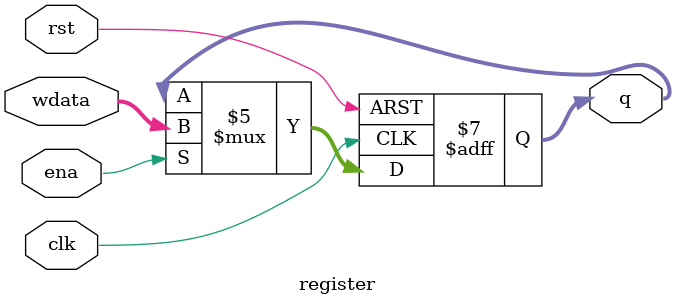
<source format=v>
`timescale 1ns / 1ps
module register(q,wdata,clk,rst,ena
    );

		output [31:0] q;
		input [31:0] wdata;
		input clk,rst,ena;
		reg [31:0] q;
		
		always @ (negedge clk or posedge rst)
		begin
				if (rst == 1)
				begin
						q = 0;
				end
				else
				begin
						if (ena == 1)
								q = wdata;
						else
								q = q;
				end
		end
		
endmodule

</source>
